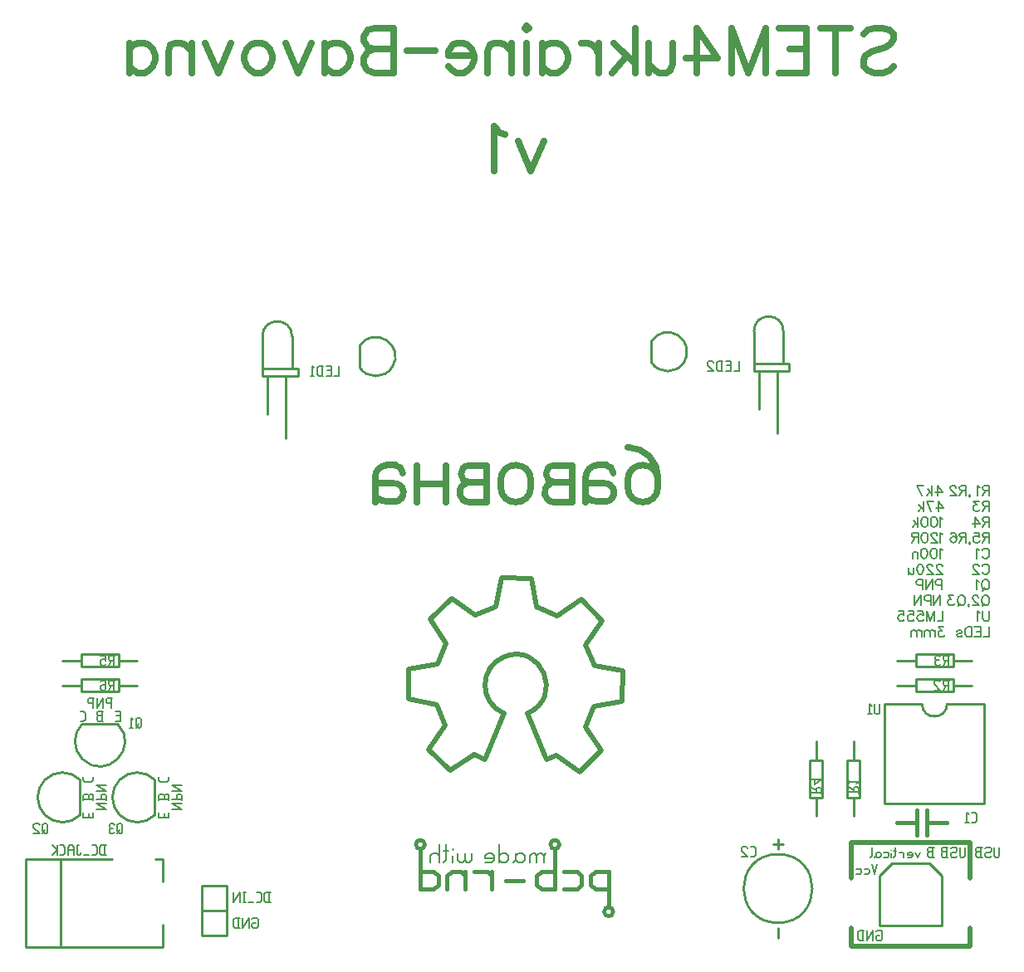
<source format=gbo>
G04 start of page 2 for group 10 layer_idx 5 *
G04 Title: (unknown), bottom_silk *
G04 Creator: pcb-rnd 3.1.5-dev *
G04 CreationDate: 2024-03-24 10:39:21 UTC *
G04 For: STEM4ukraine *
G04 Format: Gerber/RS-274X *
G04 PCB-Dimensions: 393701 393701 *
G04 PCB-Coordinate-Origin: lower left *
%MOIN*%
%FSLAX25Y25*%
%LNBOTTOM_SILK_NONE_10*%
%ADD43C,0.0090*%
%ADD42C,0.0072*%
%ADD41C,0.0250*%
%ADD40C,0.0070*%
%ADD39C,0.0180*%
%ADD38C,0.0200*%
%ADD37C,0.0150*%
%ADD36C,0.0100*%
G54D36*X292520Y232283D02*Y248425D01*
X306693Y235433D02*X292520D01*
X304331D02*Y248425D01*
X251362Y244499D02*Y235816D01*
X306693Y235433D02*Y232283D01*
X292520D01*
X294488D02*Y216929D01*
X301969Y232283D02*Y207480D01*
X350000Y106201D02*X357500D01*
Y103701D02*Y108701D01*
X350000Y116201D02*X357500D01*
Y113701D02*Y118701D01*
X385000Y98701D02*X370000D01*
X360000D02*X345000D01*
X372500Y106201D02*X380000D01*
X357500Y103701D02*X372500D01*
Y108701D02*X357500D01*
X372500D02*Y103701D01*
Y118701D02*Y113701D01*
Y116201D02*X380000D01*
X372500Y118701D02*X357500D01*
Y113701D02*X372500D01*
X385000Y98701D02*Y58701D01*
X345000D02*X385000D01*
X345000D02*Y98701D01*
X332500Y76201D02*Y83701D01*
X335000Y61201D02*Y76201D01*
Y61201D02*X330000D01*
Y76201D02*Y61201D01*
X315000Y76201D02*Y61201D01*
X320000D02*Y76201D01*
Y61201D02*X315000D01*
X330000Y76201D02*X335000D01*
X317500Y83701D02*Y76201D01*
X315000D02*X320000D01*
X302165Y8827D02*Y4827D01*
Y44386D02*Y40386D01*
X300165Y42386D02*X304165D01*
G54D37*X358000Y51201D02*X350000D01*
G54D36*X362972Y34685D02*X347972D01*
X342972Y29685D01*
Y9685D01*
G54D38*X331693Y43110D02*Y28622D01*
Y8858D02*Y1378D01*
G54D36*X342972Y9685D02*X367972D01*
G54D38*X379094Y1378D02*X331693D01*
Y43110D02*X379094D01*
Y8858D02*Y1378D01*
G54D37*X370000Y51201D02*X362000D01*
G54D36*X367972Y9685D02*Y29685D01*
X362972Y34685D01*
G54D38*X379094Y43110D02*Y28622D01*
G54D37*X358000Y46201D02*Y56201D01*
G54D36*X332500Y53701D02*Y61201D01*
X317500D02*Y53701D01*
G54D37*X362000Y46201D02*Y56201D01*
G54D36*X109449Y233465D02*Y230315D01*
X107087Y233465D02*Y246457D01*
X104724Y230315D02*Y205512D01*
G54D38*X192156Y94965D02*X184503Y76490D01*
X180086Y78398D01*
X170471Y71921D01*
X201545Y94965D02*X209198Y76490D01*
X224751Y89535D02*X231229Y79920D01*
X222626Y71466D01*
X213125Y78110D01*
X209198Y76490D01*
G54D39*X221598Y24296D02*X216198D01*
X223398Y29696D02*Y26096D01*
X221598Y31496D02*X216198D01*
X228798Y24296D02*X226998Y26096D01*
X223398D02*X221598Y24296D01*
X234198Y31496D02*Y17096D01*
X226998Y29696D02*Y26096D01*
X228798Y24296D02*X234198D01*
Y31496D02*X228798D01*
X226998Y29696D01*
X223398D02*X221598Y31496D01*
X205398Y26096D02*X207198Y24296D01*
X205398Y26096D02*Y29696D01*
X212598Y24296D02*X207198D01*
X212598Y40496D02*Y24296D01*
X207198Y31496D02*X205398Y29696D01*
X207198Y31496D02*X212598D01*
X185598D02*X180198D01*
X187398Y29696D02*X185598Y31496D01*
X187398D02*Y24296D01*
X199998Y27896D02*X192798D01*
G54D38*X170471Y71921D02*X162017Y80524D01*
X168661Y90024D01*
G54D39*X165798Y29696D02*X163998Y31496D01*
X158598D02*X163998D01*
X165798Y26096D02*X163998Y24296D01*
X158598D02*Y40496D01*
X163998Y24296D02*X158598D01*
X165798Y29696D02*Y26096D01*
X169398Y29696D02*X171198Y31496D01*
X169398Y29696D02*Y24296D01*
X174798Y31496D02*X171198D01*
X176598Y29696D02*X174798Y31496D01*
X176598D02*Y24296D01*
G54D38*X168950Y123064D02*X162472Y132678D01*
X171075Y141132D01*
X180575Y134488D01*
X168661Y90024D02*X165267Y98425D01*
X165409Y114724D02*X168950Y123064D01*
X180575Y134488D02*X188976Y137882D01*
X191194Y149261D01*
X203255Y149156D01*
X205275Y137740D01*
X213615Y134200D01*
X223230Y140677D01*
X231684Y132074D01*
X225040Y122574D01*
X228434Y114174D01*
X239812Y111955D01*
X239707Y99894D01*
X228291Y97875D01*
X224751Y89535D01*
X165267Y98425D02*X153889Y100643D01*
X153994Y112704D01*
X165409Y114724D01*
G54D36*X109449Y230315D02*X95276D01*
X80787Y25827D02*X70787D01*
X80787Y15827D02*X70787D01*
X80787Y25827D02*Y5827D01*
X70787D02*X80787D01*
X70787D02*Y25827D01*
Y15827D01*
X55315Y36417D02*X52165D01*
X55315Y27362D02*Y36417D01*
Y984D02*Y10039D01*
X52000Y54201D02*Y68201D01*
X95276Y230315D02*Y246457D01*
X97244Y230315D02*Y214961D01*
X37500Y118701D02*X22500D01*
X45000Y116201D02*X37500D01*
X22500D02*X15000D01*
X37500Y118701D02*Y113701D01*
X22500D02*X37500D01*
X22500D02*Y118701D01*
X15000Y106201D02*X22500D01*
X37500Y108701D02*X22500D01*
X37500Y106201D02*X45000D01*
X37500Y108701D02*Y103701D01*
X22500D02*Y108701D01*
X14370Y984D02*Y36417D01*
X22000Y54201D02*Y68201D01*
X22500Y103701D02*X37500D01*
X34843Y36417D02*X197D01*
Y984D02*X55315D01*
X197D02*Y36417D01*
X37000Y90701D02*X23000D01*
X109449Y233465D02*X95276D01*
X134236Y242530D02*Y233848D01*
X107087Y246457D02*G75*G03X95276Y246457I-5906J0D01*G01*
X37071Y90772D02*G75*G02X22929Y76630I-7071J-7071D01*G01*
X22929Y76630D02*G75*G02X22929Y90772I7071J7071D01*G01*
X22071Y54130D02*G75*G02X7929Y68272I-7071J7071D01*G01*
X7929Y68272D02*G75*G02X22071Y68272I7071J-7071D01*G01*
X134236Y242530D02*G75*G02X147260Y233848I6512J-4341D01*G01*
X147260Y233848D02*G75*G02X134236Y233848I-6512J4341D01*G01*
X251362Y244499D02*G75*G02X264386Y235816I6512J-4341D01*G01*
X264386Y235816D02*G75*G02X251362Y235816I-6512J4341D01*G01*
X52071Y54130D02*G75*G02X37929Y68272I-7071J7071D01*G01*
X37929Y68272D02*G75*G02X52071Y68272I7071J-7071D01*G01*
G54D38*X201545Y94965D02*G75*G03X192156Y117634I-4695J11334D01*G01*
X192156Y117634D02*G75*G03X192156Y94965I4695J-11334D01*G01*
G54D39*X160398Y42296D02*G75*G02X156798Y42296I-1800J0D01*G01*
G75*G02X160398Y42296I1800J0D01*G01*
X214398D02*G75*G02X210798Y42296I-1800J0D01*G01*
G75*G02X214398Y42296I1800J0D01*G01*
X235998Y15296D02*G75*G02X232398Y15296I-1800J0D01*G01*
G75*G02X235998Y15296I1800J0D01*G01*
G54D36*X304331Y248425D02*G75*G03X292520Y248425I-5906J0D01*G01*
X370000Y98701D02*G75*G02X360000Y98701I-5000J0D01*G01*
X302165Y38386D02*G75*G02X302165Y10827I0J-13779D01*G01*
G75*G02X302165Y38386I0J13779D01*G01*
G54D40*X34539Y100969D02*Y96969D01*
X35039Y100969D02*X33039D01*
X32539Y100469D01*
Y99469D01*
X33039Y98969D02*X32539Y99469D01*
X34539Y98969D02*X33039D01*
X31339Y100969D02*Y96969D01*
Y100969D02*X28839Y96969D01*
Y100969D02*Y96969D01*
X27139Y100969D02*Y96969D01*
X27639Y100969D02*X25639D01*
X25139Y100469D01*
Y99469D01*
X25639Y98969D02*X25139Y99469D01*
X27139Y98969D02*X25639D01*
X38189Y94050D02*X36689D01*
X38189Y91850D02*X36189D01*
X38189Y95850D02*Y91850D01*
Y95850D02*X36189D01*
X31389Y91850D02*X29389D01*
X28889Y92350D01*
Y93550D02*Y92350D01*
X29389Y94050D02*X28889Y93550D01*
X30889Y94050D02*X29389D01*
X30889Y95850D02*Y91850D01*
X31389Y95850D02*X29389D01*
X28889Y95350D01*
Y94550D01*
X29389Y94050D02*X28889Y94550D01*
X23389Y91850D02*X22089D01*
X24089Y92550D02*X23389Y91850D01*
X24089Y95150D02*Y92550D01*
Y95150D02*X23389Y95850D01*
X22089D01*
X25546Y53150D02*Y54650D01*
X23346Y53150D02*Y55150D01*
X27346Y53150D02*X23346D01*
X27346D02*Y55150D01*
X23346Y59950D02*Y61950D01*
X23846Y62450D01*
X25046D02*X23846D01*
X25546Y61950D02*X25046Y62450D01*
X25546Y60450D02*Y61950D01*
X27346Y60450D02*X23346D01*
X27346Y59950D02*Y61950D01*
X26846Y62450D01*
X26046D01*
X25546Y61950D02*X26046Y62450D01*
X23346Y67950D02*Y69250D01*
X24046Y67250D02*X23346Y67950D01*
X26646Y67250D02*X24046D01*
X26646D02*X27346Y67950D01*
Y69250D01*
X32465Y56299D02*X28465D01*
X32465D02*X28465Y58799D01*
X32465D02*X28465D01*
X32465Y60499D02*X28465D01*
X32465Y59999D02*Y61999D01*
X31965Y62499D01*
X30965D01*
X30465Y61999D02*X30965Y62499D01*
X30465Y60499D02*Y61999D01*
X32465Y63699D02*X28465D01*
X32465D02*X28465Y66199D01*
X32465D02*X28465D01*
X39000Y50201D02*Y47201D01*
Y50201D02*X38500Y50701D01*
X37500D01*
X37000Y50201D01*
Y47701D01*
X38000Y46701D02*X37000Y47701D01*
X38500Y46701D02*X38000D01*
X39000Y47201D02*X38500Y46701D01*
X38000Y48201D02*X37000Y46701D01*
X35800Y50201D02*X35300Y50701D01*
X34300D01*
X33800Y50201D01*
X34300Y46701D02*X33800Y47201D01*
X35300Y46701D02*X34300D01*
X35800Y47201D02*X35300Y46701D01*
Y48901D02*X34300D01*
X33800Y50201D02*Y49401D01*
Y48401D02*Y47201D01*
Y48401D02*X34300Y48901D01*
X33800Y49401D02*X34300Y48901D01*
X31992Y41937D02*Y37937D01*
X30692Y41937D02*X29992Y41237D01*
Y38637D01*
X30692Y37937D02*X29992Y38637D01*
X32492Y37937D02*X30692D01*
X32492Y41937D02*X30692D01*
X28092Y37937D02*X26792D01*
X28792Y38637D02*X28092Y37937D01*
X28792Y41237D02*Y38637D01*
Y41237D02*X28092Y41937D01*
X26792D01*
X25592Y37937D02*X23592D01*
X21692Y41937D02*X20892D01*
Y38437D01*
X21392Y37937D02*X20892Y38437D01*
X21892Y37937D02*X21392D01*
X22392Y38437D02*X21892Y37937D01*
X22392Y38437D02*Y38937D01*
X19692Y40937D02*Y37937D01*
Y40937D02*X18992Y41937D01*
X17892D01*
X17192Y40937D01*
Y37937D01*
X19692Y39937D02*X17192D01*
X15292Y37937D02*X13992D01*
X15992Y38637D02*X15292Y37937D01*
X15992Y41237D02*Y38637D01*
Y41237D02*X15292Y41937D01*
X13992D01*
X12792D02*Y37937D01*
Y39937D02*X10792Y41937D01*
X12792Y39937D02*X10792Y37937D01*
X36000Y118201D02*X34000D01*
X33500Y117701D01*
Y116701D01*
X34000Y116201D02*X33500Y116701D01*
X35500Y116201D02*X34000D01*
X35500Y118201D02*Y114201D01*
X34700Y116201D02*X33500Y114201D01*
X32300Y118201D02*X30300D01*
X32300D02*Y116201D01*
X31800Y116701D01*
X30800D01*
X30300Y116201D01*
Y114701D01*
X30800Y114201D02*X30300Y114701D01*
X31800Y114201D02*X30800D01*
X32300Y114701D02*X31800Y114201D01*
X36000Y108201D02*X34000D01*
X33500Y107701D01*
Y106701D01*
X34000Y106201D02*X33500Y106701D01*
X35500Y106201D02*X34000D01*
X35500Y108201D02*Y104201D01*
X34700Y106201D02*X33500Y104201D01*
X30800Y108201D02*X30300Y107701D01*
X31800Y108201D02*X30800D01*
X32300Y107701D02*X31800Y108201D01*
X32300Y107701D02*Y104701D01*
X31800Y104201D01*
X30800Y106401D02*X30300Y105901D01*
X32300Y106401D02*X30800D01*
X31800Y104201D02*X30800D01*
X30300Y104701D01*
Y105901D02*Y104701D01*
X46500Y92701D02*Y89701D01*
Y92701D02*X46000Y93201D01*
X45000D01*
X44500Y92701D01*
Y90201D01*
X45500Y89201D02*X44500Y90201D01*
X46000Y89201D02*X45500D01*
X46500Y89701D02*X46000Y89201D01*
X45500Y90701D02*X44500Y89201D01*
X43300Y92401D02*X42500Y93201D01*
Y89201D01*
X43300D02*X41800D01*
X9000Y50201D02*Y47201D01*
Y50201D02*X8500Y50701D01*
X7500D01*
X7000Y50201D01*
Y47701D01*
X8000Y46701D02*X7000Y47701D01*
X8500Y46701D02*X8000D01*
X9000Y47201D02*X8500Y46701D01*
X8000Y48201D02*X7000Y46701D01*
X5800Y50201D02*X5300Y50701D01*
X3800D01*
X3300Y50201D01*
Y49201D01*
X5800Y46701D02*X3300Y49201D01*
X5800Y46701D02*X3300D01*
G54D41*X241850Y189141D02*Y185841D01*
X253950Y188591D02*Y185841D01*
X254000Y189691D02*G75*G03X241850Y201841I-12150J0D01*G01*
X253950Y185841D02*G75*G02X241850Y185841I-6050J0D01*G01*
X253950Y188591D02*G75*G03X241850Y188591I-6050J0D01*G01*
X232840Y179956D02*X230296D01*
X232139Y187294D02*X225158D01*
X224961Y189691D02*Y179791D01*
X233211Y194641D02*X229911D01*
X224961Y189691D02*G75*G02X229911Y194641I4950J0D01*G01*
X236036Y191470D02*G75*G03X232944Y194561I-3092J0D01*G01*
X230296Y179956D02*G75*G02X224989Y181942I0J8085D01*G01*
X232139Y187294D02*G75*G02X233182Y179989I522J-3652D01*G01*
X233182Y179989D02*G75*G02X232840Y179956I-522J3652D01*G01*
X219461Y179797D02*Y194460D01*
X219279D02*X212492D01*
X212338Y187860D02*X219279D01*
X219461Y179791D02*X212311D01*
G75*G02X210589Y187085I0J3850D01*G01*
X212338Y187860D02*G75*G02X212307Y194460I0J3300D01*G01*
X190861Y189141D02*Y185841D01*
X202961Y188591D02*Y185291D01*
Y185841D02*G75*G02X190861Y185841I-6050J0D01*G01*
X202961Y188591D02*G75*G03X190861Y188591I-6050J0D01*G01*
X185361Y179797D02*Y194460D01*
X185179D02*X178392D01*
X178238Y187860D02*X185179D01*
X185361Y179791D02*X178211D01*
G75*G02X176489Y187085I0J3850D01*G01*
X178238Y187860D02*G75*G02X178207Y194460I0J3300D01*G01*
X168860Y194460D02*Y179797D01*
X157338Y194460D02*Y179797D01*
Y186941D02*X168860D01*
X148328Y179956D02*X145784D01*
X147627Y187294D02*X140646D01*
X140448Y189691D02*Y179791D01*
X148698Y194641D02*X145398D01*
X140448Y189691D02*G75*G02X145398Y194641I4950J0D01*G01*
X151524Y191470D02*G75*G03X148432Y194561I-3092J0D01*G01*
X145784Y179956D02*G75*G02X140477Y181942I0J8085D01*G01*
X147627Y187294D02*G75*G02X148670Y179989I522J-3652D01*G01*
X148670Y179989D02*G75*G02X148328Y179956I-522J3652D01*G01*
G54D40*X55861Y53150D02*Y54650D01*
X53661Y53150D02*Y55150D01*
X57661Y53150D02*X53661D01*
X57661D02*Y55150D01*
X53661Y59950D02*Y61950D01*
X54161Y62450D01*
X55361D02*X54161D01*
X55861Y61950D02*X55361Y62450D01*
X55861Y60450D02*Y61950D01*
X57661Y60450D02*X53661D01*
X57661Y59950D02*Y61950D01*
X57161Y62450D01*
X56361D01*
X55861Y61950D02*X56361Y62450D01*
X53661Y67950D02*Y69250D01*
X54361Y67250D02*X53661Y67950D01*
X56961Y67250D02*X54361D01*
X56961D02*X57661Y67950D01*
Y69250D01*
X62780Y56299D02*X58780D01*
X62780D02*X58780Y58799D01*
X62780D02*X58780D01*
X62780Y60499D02*X58780D01*
X62780Y59999D02*Y61999D01*
X62280Y62499D01*
X61280D01*
X60780Y61999D02*X61280Y62499D01*
X60780Y60499D02*Y61999D01*
X62780Y63699D02*X58780D01*
X62780D02*X58780Y66199D01*
X62780D02*X58780D01*
X91504Y12780D02*X91004Y12280D01*
X93004Y12780D02*X91504D01*
X93504Y12280D02*X93004Y12780D01*
X93504Y12280D02*Y9280D01*
X93004Y8780D01*
X91504D01*
X91004Y9280D01*
Y10280D02*Y9280D01*
X91504Y10780D02*X91004Y10280D01*
X92504Y10780D02*X91504D01*
X89804Y12780D02*Y8780D01*
Y12780D02*X87304Y8780D01*
Y12780D02*Y8780D01*
X85604Y12780D02*Y8780D01*
X84304Y12780D02*X83604Y12080D01*
Y9480D01*
X84304Y8780D02*X83604Y9480D01*
X86104Y8780D02*X84304D01*
X86104Y12780D02*X84304D01*
G54D42*X208098Y37796D02*Y35096D01*
Y37796D02*X207198Y38696D01*
X206298D01*
X205398Y37796D01*
Y35096D01*
Y37796D02*X204498Y38696D01*
X203598D01*
X202698Y37796D01*
Y35096D01*
X208998Y38696D02*X208098Y37796D01*
X197838Y38696D02*X196938Y37796D01*
X199638Y38696D02*X197838D01*
X200538Y37796D02*X199638Y38696D01*
X200538Y37796D02*Y35996D01*
X199638Y35096D01*
X196938Y38696D02*Y35996D01*
X196038Y35096D01*
X199638D02*X197838D01*
X196938Y35996D01*
X190278Y42296D02*Y35096D01*
X191178D02*X190278Y35996D01*
X192978Y35096D02*X191178D01*
X193878Y35996D02*X192978Y35096D01*
X193878Y37796D02*Y35996D01*
Y37796D02*X192978Y38696D01*
X191178D01*
X190278Y37796D01*
X187218Y35096D02*X184518D01*
X188118Y35996D02*X187218Y35096D01*
X188118Y37796D02*Y35996D01*
Y37796D02*X187218Y38696D01*
X185418D01*
X184518Y37796D01*
X188118Y36896D02*X184518D01*
Y37796D01*
X179118Y38696D02*Y35996D01*
X178218Y35096D01*
X177318D01*
X176418Y35996D01*
Y38696D02*Y35996D01*
X175518Y35096D01*
X174618D01*
X173718Y35996D01*
Y38696D02*Y35996D01*
G54D43*X171558Y40496D02*Y40316D01*
G54D42*Y37796D02*Y35096D01*
X168858Y42296D02*Y35996D01*
X167958Y35096D01*
X169758Y39596D02*X167958D01*
X166158Y42296D02*Y35096D01*
Y37796D02*X165258Y38696D01*
X163458D01*
X162558Y37796D01*
Y35096D01*
G54D40*X98004Y22969D02*Y18969D01*
X96704Y22969D02*X96004Y22269D01*
Y19669D01*
X96704Y18969D02*X96004Y19669D01*
X98504Y18969D02*X96704D01*
X98504Y22969D02*X96704D01*
X94104Y18969D02*X92804D01*
X94804Y19669D02*X94104Y18969D01*
X94804Y22269D02*Y19669D01*
Y22269D02*X94104Y22969D01*
X92804D01*
X91604Y18969D02*X89604D01*
X88404Y22969D02*X87404D01*
X87904D02*Y18969D01*
X88404D02*X87404D01*
X86204Y22969D02*Y18969D01*
Y22969D02*X83704Y18969D01*
Y22969D02*Y18969D01*
X387008Y186402D02*Y182402D01*
Y186402D02*X385294D01*
X384723Y186211D01*
X384532Y186021D01*
X384342Y185640D01*
Y185259D01*
X384532Y184878D01*
X384723Y184688D01*
X385294Y184497D01*
X387008D01*
X385675D02*X384342Y182402D01*
X383142Y185641D02*X382762Y185831D01*
X382190Y186402D01*
Y182402D01*
X378809Y182511D02*X378999Y182322D01*
X379190Y182511D01*
X378999Y182702D01*
X378809Y182511D01*
Y182131D01*
X379190Y181750D01*
X377609Y186402D02*Y182402D01*
Y186402D02*X375895D01*
X375324Y186211D01*
X375133Y186021D01*
X374943Y185640D01*
Y185259D01*
X375133Y184878D01*
X375324Y184688D01*
X375895Y184497D01*
X377609D01*
X376276D02*X374943Y182402D01*
X373553Y185450D02*Y185641D01*
X373362Y186021D01*
X373173Y186212D01*
X372791Y186402D01*
X372030D01*
X371648Y186212D01*
X371458Y186021D01*
X371268Y185641D01*
Y185259D01*
X371458Y184878D01*
X371839Y184307D01*
X373743Y182402D01*
X371077D01*
X366173Y186402D02*X368077Y183736D01*
X365221D01*
X366173Y186402D02*Y182402D01*
X364021Y186402D02*Y182402D01*
X362117Y185069D02*X364021Y183164D01*
X363260Y183927D02*X361926Y182402D01*
X358060Y186402D02*X359965Y182402D01*
X360726Y186402D02*X358060D01*
G54D41*X336503Y367591D02*X338218Y369306D01*
X340787Y370165D01*
X344216D01*
X346790Y369306D01*
X348500Y367591D01*
Y365881D01*
X347650Y364162D01*
X346790Y363307D01*
X345071Y362452D01*
X339928Y360738D01*
X338218Y359878D01*
X337362Y359023D01*
X336503Y357309D01*
Y354735D01*
X338218Y353025D01*
X340787Y352165D01*
X344216D01*
X346790Y353025D01*
X348500Y354735D01*
X325104Y370165D02*Y352165D01*
X331103Y370165D02*X319106D01*
X313706D02*Y352165D01*
Y370165D02*X302564D01*
X313706Y361593D02*X306852D01*
X313706Y352165D02*X302564D01*
X297164Y370165D02*Y352165D01*
Y370165D02*X290310Y352165D01*
X283448Y370165D02*X290310Y352165D01*
X283448Y370165D02*Y352165D01*
X269480Y370165D02*X278048Y358168D01*
X265196D01*
X269480Y370165D02*Y352165D01*
X259796Y364167D02*Y355599D01*
X258941Y353029D01*
X257222Y352170D01*
X254652D01*
X252938Y353029D01*
X250368Y355599D01*
Y364167D02*Y352170D01*
X244968Y370165D02*Y352165D01*
X236400Y364167D02*X244968Y355594D01*
X241544Y359028D02*X235541Y352165D01*
X230141Y364167D02*Y352170D01*
Y359023D02*X229286Y361602D01*
X227567Y363312D01*
X225857Y364167D01*
X223283D01*
X207596D02*Y352170D01*
Y361602D02*X209315Y363316D01*
X211025Y364167D01*
X213599D01*
X215309Y363316D01*
X217028Y361602D01*
X217883Y359032D01*
Y357313D01*
X217028Y354744D01*
X215309Y353029D01*
X213599Y352170D01*
X211025D01*
X209315Y353029D01*
X207596Y354744D01*
X201341Y364207D02*Y352210D01*
X202196Y370210D02*X201341Y369351D01*
X200481Y370210D01*
X201341Y371065D01*
X202196Y370210D01*
X195081Y364167D02*Y352170D01*
Y360742D02*X192507Y363316D01*
X190797Y364167D01*
X188223D01*
X186513Y363316D01*
X185654Y360742D01*
Y352170D01*
X180254Y359032D02*X169976D01*
Y360742D01*
X170831Y362457D01*
X171686Y363316D01*
X173400Y364167D01*
X175970D01*
X177689Y363316D01*
X179403Y361602D01*
X180254Y359032D01*
Y357313D01*
X179403Y354744D01*
X177689Y353029D01*
X175970Y352170D01*
X173400D01*
X171686Y353029D01*
X169976Y354744D01*
X164576Y361165D02*X153326D01*
X147926Y370165D02*Y352165D01*
Y370165D02*X140213D01*
X137643Y369306D01*
X136784Y368451D01*
X135929Y366732D01*
Y365022D01*
X136784Y363307D01*
X137643Y362448D01*
X140213Y361593D01*
X147926D02*X140213D01*
X137643Y360738D01*
X136784Y359878D01*
X135929Y358164D01*
Y355594D01*
X136784Y353875D01*
X137643Y353025D01*
X140213Y352165D01*
X147926D01*
X120242Y364167D02*Y352170D01*
Y361602D02*X121961Y363316D01*
X123671Y364167D01*
X126245D01*
X127955Y363316D01*
X129674Y361602D01*
X130529Y359032D01*
Y357313D01*
X129674Y354744D01*
X127955Y353029D01*
X126245Y352170D01*
X123671D01*
X121961Y353029D01*
X120242Y354744D01*
X114842Y364167D02*X109703Y352170D01*
X104564Y364167D02*X109703Y352170D01*
X94880Y364167D02*X96599Y363316D01*
X98313Y361602D01*
X99164Y359032D01*
Y357313D01*
X98313Y354744D01*
X96599Y353029D01*
X94880Y352170D01*
X92310D01*
X90596Y353029D01*
X88886Y354744D01*
X88026Y357313D01*
Y359032D01*
X88886Y361602D01*
X90596Y363316D01*
X92310Y364167D01*
X94880D01*
X82626D02*X77487Y352170D01*
X72348Y364167D02*X77487Y352170D01*
X66948Y364167D02*Y352170D01*
Y360742D02*X64374Y363316D01*
X62664Y364167D01*
X60090D01*
X58380Y363316D01*
X57521Y360742D01*
Y352170D01*
X41834Y364167D02*Y352170D01*
Y361602D02*X43553Y363316D01*
X45263Y364167D01*
X47837D01*
X49547Y363316D01*
X51266Y361602D01*
X52121Y359032D01*
Y357313D01*
X51266Y354744D01*
X49547Y353029D01*
X47837Y352170D01*
X45263D01*
X43553Y353029D01*
X41834Y354744D01*
X208107Y324797D02*X202968Y312800D01*
X197829Y324797D02*X202968Y312800D01*
X192429Y327371D02*X190719Y328226D01*
X188145Y330795D01*
Y312795D01*
G54D40*X126064Y234425D02*Y230425D01*
X124064D01*
X122864Y232625D02*X121364D01*
X122864Y230425D02*X120864D01*
X122864Y234425D02*Y230425D01*
Y234425D02*X120864D01*
X119164D02*Y230425D01*
X117864Y234425D02*X117164Y233725D01*
Y231125D01*
X117864Y230425D02*X117164Y231125D01*
X119664Y230425D02*X117864D01*
X119664Y234425D02*X117864D01*
X115964Y233625D02*X115164Y234425D01*
Y230425D01*
X115964D02*X114464D01*
X286417Y236402D02*Y232402D01*
X284417D01*
X283217Y234602D02*X281717D01*
X283217Y232402D02*X281217D01*
X283217Y236402D02*Y232402D01*
Y236402D02*X281217D01*
X279517D02*Y232402D01*
X278217Y236402D02*X277517Y235702D01*
Y233102D01*
X278217Y232402D02*X277517Y233102D01*
X280017Y232402D02*X278217D01*
X280017Y236402D02*X278217D01*
X276317Y235902D02*X275817Y236402D01*
X274317D01*
X273817Y235902D01*
Y234902D01*
X276317Y232402D02*X273817Y234902D01*
X276317Y232402D02*X273817D01*
X387008Y180102D02*Y176102D01*
Y180102D02*X385294D01*
X384723Y179911D01*
X384532Y179721D01*
X384342Y179340D01*
Y178959D01*
X384532Y178578D01*
X384723Y178388D01*
X385294Y178197D01*
X387008D01*
X385675D02*X384342Y176102D01*
X382762Y180102D02*X380667D01*
X381810Y178578D01*
X381238D01*
X380858Y178389D01*
X380667Y178198D01*
X380476Y177626D01*
Y177246D01*
X380667Y176674D01*
X381047Y176293D01*
X381619Y176102D01*
X382190D01*
X382762Y176293D01*
X382952Y176484D01*
X383142Y176864D01*
X366572Y180102D02*X368476Y177436D01*
X365620D01*
X366572Y180102D02*Y176102D01*
X361754Y180102D02*X363659Y176102D01*
X364420Y180102D02*X361754D01*
X360554D02*Y176102D01*
X358650Y178769D02*X360554Y176864D01*
X359793Y177627D02*X358459Y176102D01*
X387008Y173803D02*Y169803D01*
Y173803D02*X385294D01*
X384723Y173612D01*
X384532Y173422D01*
X384342Y173041D01*
Y172660D01*
X384532Y172279D01*
X384723Y172089D01*
X385294Y171898D01*
X387008D01*
X385675D02*X384342Y169803D01*
X381238Y173803D02*X383142Y171137D01*
X380286D01*
X381238Y173803D02*Y169803D01*
X368286Y173042D02*X367906Y173232D01*
X367334Y173803D01*
Y169803D01*
X364991Y173803D02*X365562Y173613D01*
X365944Y173042D01*
X366134Y172090D01*
Y171518D01*
X365944Y170565D01*
X365562Y169994D01*
X364991Y169803D01*
X364610D01*
X364039Y169994D01*
X363658Y170565D01*
X363467Y171518D01*
Y172090D01*
X363658Y173042D01*
X364039Y173613D01*
X364610Y173803D01*
X364991D01*
X361124D02*X361695Y173613D01*
X362077Y173042D01*
X362267Y172090D01*
Y171518D01*
X362077Y170565D01*
X361695Y169994D01*
X361124Y169803D01*
X360743D01*
X360172Y169994D01*
X359791Y170565D01*
X359600Y171518D01*
Y172090D01*
X359791Y173042D01*
X360172Y173613D01*
X360743Y173803D01*
X361124D01*
X358400D02*Y169803D01*
X356496Y172470D02*X358400Y170565D01*
X357639Y171328D02*X356305Y169803D01*
X387008Y167504D02*Y163504D01*
Y167504D02*X385294D01*
X384723Y167313D01*
X384532Y167123D01*
X384342Y166742D01*
Y166361D01*
X384532Y165980D01*
X384723Y165790D01*
X385294Y165599D01*
X387008D01*
X385675D02*X384342Y163504D01*
X380856Y167504D02*X382761D01*
X382952Y165791D01*
X382761Y165980D01*
X382190Y166171D01*
X381618D01*
X381047Y165980D01*
X380666Y165600D01*
X380475Y165028D01*
Y164648D01*
X380666Y164076D01*
X381047Y163695D01*
X381618Y163504D01*
X382190D01*
X382761Y163695D01*
X382952Y163886D01*
X383142Y164266D01*
X378894Y163613D02*X379084Y163424D01*
X379275Y163613D01*
X379084Y163804D01*
X378894Y163613D01*
Y163233D01*
X379275Y162852D01*
X377694Y167504D02*Y163504D01*
Y167504D02*X375980D01*
X375409Y167313D01*
X375218Y167123D01*
X375028Y166742D01*
Y166361D01*
X375218Y165980D01*
X375409Y165790D01*
X375980Y165599D01*
X377694D01*
X376361D02*X375028Y163504D01*
X371543Y166933D02*X371733Y167314D01*
X372305Y167504D01*
X372685D01*
X373258Y167314D01*
X373638Y166743D01*
X373828Y165791D01*
Y164838D01*
X373638Y164076D01*
X373258Y163695D01*
X372685Y163504D01*
X372495D01*
X371924Y163695D01*
X371543Y164076D01*
X371353Y164648D01*
Y164838D01*
X371543Y165409D01*
X371924Y165791D01*
X372495Y165980D01*
X372685D01*
X373258Y165791D01*
X373638Y165409D01*
X373828Y164838D01*
X368353Y166743D02*X367973Y166933D01*
X367401Y167504D01*
Y163504D01*
X366011Y166552D02*Y166743D01*
X365820Y167123D01*
X365631Y167314D01*
X365249Y167504D01*
X364488D01*
X364106Y167314D01*
X363916Y167123D01*
X363726Y166743D01*
Y166361D01*
X363916Y165980D01*
X364297Y165409D01*
X366201Y163504D01*
X363535D01*
X361192Y167504D02*X361763Y167314D01*
X362145Y166743D01*
X362335Y165791D01*
Y165219D01*
X362145Y164266D01*
X361763Y163695D01*
X361192Y163504D01*
X360811D01*
X360240Y163695D01*
X359859Y164266D01*
X359668Y165219D01*
Y165791D01*
X359859Y166743D01*
X360240Y167314D01*
X360811Y167504D01*
X361192D01*
X358468D02*Y163504D01*
Y167504D02*X356754D01*
X356183Y167313D01*
X355992Y167123D01*
X355802Y166742D01*
Y166361D01*
X355992Y165980D01*
X356183Y165790D01*
X356754Y165599D01*
X358468D01*
X357135D02*X355802Y163504D01*
X384151Y160253D02*X384342Y160633D01*
X384723Y161014D01*
X385103Y161205D01*
X385866D01*
X386246Y161014D01*
X386628Y160633D01*
X386818Y160253D01*
X387008Y159681D01*
Y158728D01*
X386818Y158157D01*
X386628Y157776D01*
X386246Y157396D01*
X385866Y157205D01*
X385103D01*
X384723Y157396D01*
X384342Y157776D01*
X384151Y158157D01*
X382951Y160444D02*X382571Y160634D01*
X381999Y161205D01*
Y157205D01*
X368199Y160444D02*X367819Y160634D01*
X367247Y161205D01*
Y157205D01*
X364904Y161205D02*X365475Y161015D01*
X365857Y160444D01*
X366047Y159492D01*
Y158920D01*
X365857Y157967D01*
X365475Y157396D01*
X364904Y157205D01*
X364523D01*
X363952Y157396D01*
X363571Y157967D01*
X363380Y158920D01*
Y159492D01*
X363571Y160444D01*
X363952Y161015D01*
X364523Y161205D01*
X364904D01*
X361037D02*X361608Y161015D01*
X361990Y160444D01*
X362180Y159492D01*
Y158920D01*
X361990Y157967D01*
X361608Y157396D01*
X361037Y157205D01*
X360656D01*
X360085Y157396D01*
X359704Y157967D01*
X359513Y158920D01*
Y159492D01*
X359704Y160444D01*
X360085Y161015D01*
X360656Y161205D01*
X361037D01*
X358313Y159872D02*Y157206D01*
Y159111D02*X357741Y159683D01*
X357361Y159872D01*
X356789D01*
X356409Y159683D01*
X356218Y159111D01*
Y157206D01*
X384151Y153954D02*X384342Y154334D01*
X384723Y154715D01*
X385103Y154906D01*
X385866D01*
X386246Y154715D01*
X386628Y154334D01*
X386818Y153954D01*
X387008Y153382D01*
Y152429D01*
X386818Y151858D01*
X386628Y151477D01*
X386246Y151097D01*
X385866Y150906D01*
X385103D01*
X384723Y151097D01*
X384342Y151477D01*
X384151Y151858D01*
X382761Y153954D02*Y154145D01*
X382570Y154525D01*
X382381Y154716D01*
X381999Y154906D01*
X381238D01*
X380856Y154716D01*
X380666Y154525D01*
X380476Y154145D01*
Y153763D01*
X380666Y153382D01*
X381047Y152811D01*
X382951Y150906D01*
X380285D01*
X368095Y153954D02*Y154145D01*
X367904Y154525D01*
X367715Y154716D01*
X367333Y154906D01*
X366572D01*
X366190Y154716D01*
X366000Y154525D01*
X365810Y154145D01*
Y153763D01*
X366000Y153382D01*
X366381Y152811D01*
X368285Y150906D01*
X365619D01*
X364229Y153954D02*Y154145D01*
X364038Y154525D01*
X363849Y154716D01*
X363467Y154906D01*
X362706D01*
X362324Y154716D01*
X362134Y154525D01*
X361944Y154145D01*
Y153763D01*
X362134Y153382D01*
X362515Y152811D01*
X364419Y150906D01*
X361753D01*
X359410Y154906D02*X359981Y154716D01*
X360363Y154145D01*
X360553Y153193D01*
Y152621D01*
X360363Y151668D01*
X359981Y151097D01*
X359410Y150906D01*
X359029D01*
X358458Y151097D01*
X358077Y151668D01*
X357886Y152621D01*
Y153193D01*
X358077Y154145D01*
X358458Y154716D01*
X359029Y154906D01*
X359410D01*
X356686Y153573D02*Y151669D01*
X356496Y151098D01*
X356114Y150907D01*
X355543D01*
X355162Y151098D01*
X354591Y151669D01*
Y153573D02*Y150907D01*
X385866Y148606D02*X386246Y148415D01*
X386628Y148034D01*
X386818Y147654D01*
X387008Y147082D01*
Y146130D01*
X386818Y145558D01*
X386628Y145177D01*
X386246Y144797D01*
X385866Y144606D01*
X385103D01*
X384723Y144797D01*
X384342Y145177D01*
X384151Y145558D01*
X383961Y146130D01*
Y147082D01*
X384151Y147654D01*
X384342Y148034D01*
X384723Y148415D01*
X385103Y148606D01*
X385866D01*
X385294Y145368D02*X384151Y144225D01*
X382761Y147845D02*X382381Y148035D01*
X381809Y148606D01*
Y144606D01*
X368009Y148606D02*Y144606D01*
Y148606D02*X366295D01*
X365724Y148415D01*
X365533Y148225D01*
X365343Y147844D01*
Y147272D01*
X365533Y146892D01*
X365724Y146701D01*
X366295Y146511D01*
X368009D01*
X364143Y148606D02*Y144606D01*
Y148606D02*X361477Y144606D01*
Y148606D02*Y144606D01*
X360277Y148606D02*Y144606D01*
Y148606D02*X358563D01*
X357992Y148415D01*
X357801Y148225D01*
X357611Y147844D01*
Y147272D01*
X357801Y146892D01*
X357992Y146701D01*
X358563Y146511D01*
X360277D01*
X385866Y142307D02*X386246Y142116D01*
X386628Y141735D01*
X386818Y141355D01*
X387008Y140783D01*
Y139831D01*
X386818Y139259D01*
X386628Y138878D01*
X386246Y138498D01*
X385866Y138307D01*
X385103D01*
X384723Y138498D01*
X384342Y138878D01*
X384151Y139259D01*
X383961Y139831D01*
Y140783D01*
X384151Y141355D01*
X384342Y141735D01*
X384723Y142116D01*
X385103Y142307D01*
X385866D01*
X385294Y139069D02*X384151Y137926D01*
X382571Y141355D02*Y141546D01*
X382380Y141926D01*
X382191Y142117D01*
X381809Y142307D01*
X381048D01*
X380666Y142117D01*
X380476Y141926D01*
X380286Y141546D01*
Y141164D01*
X380476Y140783D01*
X380857Y140212D01*
X382761Y138307D01*
X380095D01*
X378514Y138416D02*X378704Y138227D01*
X378895Y138416D01*
X378704Y138607D01*
X378514Y138416D01*
Y138036D01*
X378895Y137655D01*
X376172Y142307D02*X376552Y142116D01*
X376934Y141735D01*
X377124Y141355D01*
X377314Y140783D01*
Y139831D01*
X377124Y139259D01*
X376934Y138878D01*
X376552Y138498D01*
X376172Y138307D01*
X375409D01*
X375029Y138498D01*
X374648Y138878D01*
X374457Y139259D01*
X374267Y139831D01*
Y140783D01*
X374457Y141355D01*
X374648Y141735D01*
X375029Y142116D01*
X375409Y142307D01*
X376172D01*
X375600Y139069D02*X374457Y137926D01*
X372687Y142307D02*X370592D01*
X371735Y140783D01*
X371163D01*
X370783Y140594D01*
X370592Y140403D01*
X370401Y139831D01*
Y139451D01*
X370592Y138879D01*
X370972Y138498D01*
X371544Y138307D01*
X372115D01*
X372687Y138498D01*
X372877Y138689D01*
X373067Y139069D01*
X367401Y142307D02*Y138307D01*
Y142307D02*X364735Y138307D01*
Y142307D02*Y138307D01*
X363535Y142307D02*Y138307D01*
Y142307D02*X361821D01*
X361250Y142116D01*
X361059Y141926D01*
X360869Y141545D01*
Y140973D01*
X361059Y140593D01*
X361250Y140402D01*
X361821Y140212D01*
X363535D01*
X359669Y142307D02*Y138307D01*
Y142307D02*X357003Y138307D01*
Y142307D02*Y138307D01*
X387008Y136008D02*Y133151D01*
X386817Y132579D01*
X386437Y132199D01*
X385865Y132008D01*
X385485D01*
X384913Y132199D01*
X384532Y132579D01*
X384342Y133151D01*
Y136008D01*
X383142Y135247D02*X382762Y135437D01*
X382190Y136008D01*
Y132008D01*
X368390Y136008D02*Y132008D01*
X366105D01*
X364905Y136008D02*Y132008D01*
Y136008D02*X363382Y132008D01*
X361857Y136008D02*X363382Y132008D01*
X361857Y136008D02*Y132008D01*
X358371Y136008D02*X360276D01*
X360467Y134295D01*
X360276Y134484D01*
X359705Y134675D01*
X359133D01*
X358562Y134484D01*
X358181Y134104D01*
X357990Y133532D01*
Y133152D01*
X358181Y132580D01*
X358562Y132199D01*
X359133Y132008D01*
X359705D01*
X360276Y132199D01*
X360467Y132390D01*
X360657Y132770D01*
X354504Y136008D02*X356409D01*
X356600Y134295D01*
X356409Y134484D01*
X355838Y134675D01*
X355266D01*
X354695Y134484D01*
X354314Y134104D01*
X354123Y133532D01*
Y133152D01*
X354314Y132580D01*
X354695Y132199D01*
X355266Y132008D01*
X355838D01*
X356409Y132199D01*
X356600Y132390D01*
X356790Y132770D01*
X350637Y136008D02*X352542D01*
X352733Y134295D01*
X352542Y134484D01*
X351971Y134675D01*
X351399D01*
X350828Y134484D01*
X350447Y134104D01*
X350256Y133532D01*
Y133152D01*
X350447Y132580D01*
X350828Y132199D01*
X351399Y132008D01*
X351971D01*
X352542Y132199D01*
X352733Y132390D01*
X352923Y132770D01*
X387008Y129709D02*Y125709D01*
X384723D01*
X383523Y129709D02*Y125709D01*
Y129709D02*X381047D01*
X383523Y127804D02*X382000D01*
X383523Y125709D02*X381047D01*
X379847Y129709D02*Y125709D01*
Y129709D02*X378513D01*
X377942Y129518D01*
X377561Y129137D01*
X377371Y128757D01*
X377181Y128185D01*
Y127232D01*
X377371Y126661D01*
X377561Y126280D01*
X377942Y125900D01*
X378513Y125709D01*
X379847D01*
X373887Y127806D02*X374077Y128186D01*
X374649Y128376D01*
X375220D01*
X375792Y128186D01*
X375981Y127806D01*
X375792Y127424D01*
X375411Y127233D01*
X374458Y127043D01*
X374077Y126853D01*
X373887Y126472D01*
Y126281D01*
X374077Y125901D01*
X374649Y125710D01*
X375220D01*
X375792Y125901D01*
X375981Y126281D01*
X368707Y129709D02*X366612D01*
X367755Y128185D01*
X367183D01*
X366803Y127996D01*
X366612Y127805D01*
X366421Y127233D01*
Y126853D01*
X366612Y126281D01*
X366992Y125900D01*
X367564Y125709D01*
X368135D01*
X368707Y125900D01*
X368897Y126091D01*
X369087Y126471D01*
X365221Y128376D02*Y125710D01*
Y127615D02*X364651Y128187D01*
X364269Y128376D01*
X363698D01*
X363317Y128187D01*
X363127Y127615D01*
Y125710D01*
Y127615D02*X362555Y128187D01*
X362175Y128376D01*
X361603D01*
X361223Y128187D01*
X361032Y127615D01*
Y125710D01*
X359832Y128376D02*Y125710D01*
Y127615D02*X359262Y128187D01*
X358880Y128376D01*
X358309D01*
X357928Y128187D01*
X357738Y127615D01*
Y125710D01*
Y127615D02*X357166Y128187D01*
X356786Y128376D01*
X356214D01*
X355834Y128187D01*
X355643Y127615D01*
Y125710D01*
X342035Y7858D02*X341535Y7358D01*
X343535Y7858D02*X342035D01*
X344035Y7358D02*X343535Y7858D01*
X344035Y7358D02*Y4358D01*
X343535Y3858D01*
X342035D01*
X341535Y4358D01*
Y5358D02*Y4358D01*
X342035Y5858D02*X341535Y5358D01*
X343035Y5858D02*X342035D01*
X340335Y7858D02*Y3858D01*
Y7858D02*X337835Y3858D01*
Y7858D02*Y3858D01*
X336135Y7858D02*Y3858D01*
X334835Y7858D02*X334135Y7158D01*
Y4558D01*
X334835Y3858D02*X334135Y4558D01*
X336635Y3858D02*X334835D01*
X336635Y7858D02*X334835D01*
X342067Y34433D02*X341067Y30433D01*
X340067Y34433D01*
X338367Y32433D02*X336867D01*
X338867Y31933D02*X338367Y32433D01*
X338867Y31933D02*Y30933D01*
X338367Y30433D01*
X336867D01*
X335167Y32433D02*X333667D01*
X335667Y31933D02*X335167Y32433D01*
X335667Y31933D02*Y30933D01*
X335167Y30433D01*
X333667D01*
X377205Y41126D02*Y37626D01*
X376705Y37126D01*
X375705D01*
X375205Y37626D01*
Y41126D02*Y37626D01*
X372005Y41126D02*X371505Y40626D01*
X373505Y41126D02*X372005D01*
X374005Y40626D02*X373505Y41126D01*
X374005Y40626D02*Y39626D01*
X373505Y39126D01*
X372005D01*
X371505Y38626D01*
Y37626D01*
X372005Y37126D02*X371505Y37626D01*
X373505Y37126D02*X372005D01*
X374005Y37626D02*X373505Y37126D01*
X370305D02*X368305D01*
X367805Y37626D01*
Y38826D02*Y37626D01*
X368305Y39326D02*X367805Y38826D01*
X369805Y39326D02*X368305D01*
X369805Y41126D02*Y37126D01*
X370305Y41126D02*X368305D01*
X367805Y40626D01*
Y39826D01*
X368305Y39326D02*X367805Y39826D01*
X364805Y37126D02*X362805D01*
X362305Y37626D01*
Y38826D02*Y37626D01*
X362805Y39326D02*X362305Y38826D01*
X364305Y39326D02*X362805D01*
X364305Y41126D02*Y37126D01*
X364805Y41126D02*X362805D01*
X362305Y40626D01*
Y39826D01*
X362805Y39326D02*X362305Y39826D01*
X359305Y39126D02*X358305Y37126D01*
X357305Y39126D02*X358305Y37126D01*
X355605D02*X354105D01*
X356105Y37626D02*X355605Y37126D01*
X356105Y38626D02*Y37626D01*
Y38626D02*X355605Y39126D01*
X354605D01*
X354105Y38626D01*
X356105Y38126D02*X354105D01*
Y38626D01*
X352405D02*Y37126D01*
Y38626D02*X351905Y39126D01*
X350905D01*
X352905D02*X352405Y38626D01*
X349205Y41126D02*Y37626D01*
X348705Y37126D01*
X349705Y39626D02*X348705D01*
X347705Y40126D02*Y40026D01*
Y38626D02*Y37126D01*
X346205Y39126D02*X344705D01*
X346705Y38626D02*X346205Y39126D01*
X346705Y38626D02*Y37626D01*
X346205Y37126D01*
X344705D01*
X342005Y39126D02*X341505Y38626D01*
X343005Y39126D02*X342005D01*
X343505Y38626D02*X343005Y39126D01*
X343505Y38626D02*Y37626D01*
X343005Y37126D01*
X341505Y39126D02*Y37626D01*
X341005Y37126D01*
X343005D02*X342005D01*
X341505Y37626D01*
X339805Y41126D02*Y37626D01*
X339305Y37126D01*
X390972Y41185D02*Y37685D01*
X390472Y37185D01*
X389472D01*
X388972Y37685D01*
Y41185D02*Y37685D01*
X385772Y41185D02*X385272Y40685D01*
X387272Y41185D02*X385772D01*
X387772Y40685D02*X387272Y41185D01*
X387772Y40685D02*Y39685D01*
X387272Y39185D01*
X385772D01*
X385272Y38685D01*
Y37685D01*
X385772Y37185D02*X385272Y37685D01*
X387272Y37185D02*X385772D01*
X387772Y37685D02*X387272Y37185D01*
X384072D02*X382072D01*
X381572Y37685D01*
Y38885D02*Y37685D01*
X382072Y39385D02*X381572Y38885D01*
X383572Y39385D02*X382072D01*
X383572Y41185D02*Y37185D01*
X384072Y41185D02*X382072D01*
X381572Y40685D01*
Y39885D01*
X382072Y39385D02*X381572Y39885D01*
X381300Y51201D02*X380000D01*
X382000Y51901D02*X381300Y51201D01*
X382000Y54501D02*Y51901D01*
Y54501D02*X381300Y55201D01*
X380000D01*
X378800Y54401D02*X378000Y55201D01*
Y51201D01*
X378800D02*X377300D01*
X292410Y37354D02*X291110D01*
X293110Y38054D02*X292410Y37354D01*
X293110Y40654D02*Y38054D01*
Y40654D02*X292410Y41354D01*
X291110D01*
X289910Y40854D02*X289410Y41354D01*
X287910D01*
X287410Y40854D01*
Y39854D01*
X289910Y37354D02*X287410Y39854D01*
X289910Y37354D02*X287410D01*
X334469Y62898D02*Y64898D01*
X333969Y65398D01*
X332969D01*
X332469Y64898D02*X332969Y65398D01*
X332469Y63398D02*Y64898D01*
X334469Y63398D02*X330469D01*
X332469Y64198D02*X330469Y65398D01*
X333669Y66598D02*X334469Y67398D01*
X330469D01*
Y66598D02*Y68098D01*
X319500Y62701D02*Y64701D01*
X319000Y65201D01*
X318000D01*
X317500Y64701D02*X318000Y65201D01*
X317500Y63201D02*Y64701D01*
X319500Y63201D02*X315500D01*
X317500Y64001D02*X315500Y65201D01*
X317000Y66401D02*X319500Y68401D01*
X317000Y66401D02*Y68901D01*
X319500Y68401D02*X315500D01*
X343000Y98701D02*Y95201D01*
X342500Y94701D01*
X341500D01*
X341000Y95201D01*
Y98701D02*Y95201D01*
X339800Y97901D02*X339000Y98701D01*
Y94701D01*
X339800D02*X338300D01*
X371000Y108201D02*X369000D01*
X368500Y107701D01*
Y106701D01*
X369000Y106201D02*X368500Y106701D01*
X370500Y106201D02*X369000D01*
X370500Y108201D02*Y104201D01*
X369700Y106201D02*X368500Y104201D01*
X367300Y107701D02*X366800Y108201D01*
X365300D01*
X364800Y107701D01*
Y106701D01*
X367300Y104201D02*X364800Y106701D01*
X367300Y104201D02*X364800D01*
X371000Y118201D02*X369000D01*
X368500Y117701D01*
Y116701D01*
X369000Y116201D02*X368500Y116701D01*
X370500Y116201D02*X369000D01*
X370500Y118201D02*Y114201D01*
X369700Y116201D02*X368500Y114201D01*
X367300Y117701D02*X366800Y118201D01*
X365800D01*
X365300Y117701D01*
X365800Y114201D02*X365300Y114701D01*
X366800Y114201D02*X365800D01*
X367300Y114701D02*X366800Y114201D01*
Y116401D02*X365800D01*
X365300Y117701D02*Y116901D01*
Y115901D02*Y114701D01*
Y115901D02*X365800Y116401D01*
X365300Y116901D02*X365800Y116401D01*
M02*

</source>
